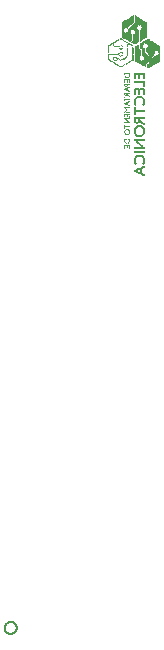
<source format=gbr>
G04 EAGLE Gerber RS-274X export*
G75*
%MOMM*%
%FSLAX34Y34*%
%LPD*%
%INSilkscreen Bottom*%
%IPPOS*%
%AMOC8*
5,1,8,0,0,1.08239X$1,22.5*%
G01*
%ADD10R,0.027938X1.285238*%
%ADD11R,0.027938X1.341119*%
%ADD12R,0.027938X1.369056*%
%ADD13R,0.027938X0.670556*%
%ADD14R,0.027938X0.614675*%
%ADD15R,0.027938X0.642619*%
%ADD16R,0.027938X0.586738*%
%ADD17R,0.027938X0.614681*%
%ADD18R,0.027938X0.530856*%
%ADD19R,0.027938X0.558800*%
%ADD20R,0.027938X0.698500*%
%ADD21R,0.027938X0.754381*%
%ADD22R,0.027938X0.027938*%
%ADD23R,0.027938X0.810262*%
%ADD24R,0.027938X1.061719*%
%ADD25R,0.027938X1.117600*%
%ADD26R,0.027938X1.145538*%
%ADD27R,0.027938X1.201419*%
%ADD28R,0.027938X1.257300*%
%ADD29R,0.027938X1.369063*%
%ADD30R,0.027938X2.179319*%
%ADD31R,0.027938X2.235200*%
%ADD32R,0.027938X2.263138*%
%ADD33R,0.027938X2.291081*%
%ADD34R,0.027938X0.419100*%
%ADD35R,0.027938X1.313181*%
%ADD36R,0.027938X0.391156*%
%ADD37R,0.027938X0.363219*%
%ADD38R,0.027938X0.335281*%
%ADD39R,0.027938X0.307338*%
%ADD40R,0.027938X0.502919*%
%ADD41R,0.027938X0.474975*%
%ADD42R,0.027938X0.251456*%
%ADD43R,0.027938X0.447038*%
%ADD44R,0.027938X0.391163*%
%ADD45R,0.027938X1.229356*%
%ADD46R,0.027938X0.838200*%
%ADD47R,0.027938X0.894075*%
%ADD48R,0.027938X0.949956*%
%ADD49R,0.027938X0.279400*%
%ADD50R,0.027938X1.173481*%
%ADD51R,0.027938X1.424937*%
%ADD52R,0.027938X0.195575*%
%ADD53R,0.027938X0.167637*%
%ADD54R,0.027938X0.111763*%
%ADD55R,0.027938X0.139700*%
%ADD56R,0.027938X0.111756*%
%ADD57R,0.027938X1.536700*%
%ADD58R,0.027938X1.480819*%
%ADD59R,0.027938X0.530863*%
%ADD60R,0.027938X0.223519*%
%ADD61R,0.027938X0.195581*%
%ADD62R,0.027938X0.251463*%
%ADD63R,0.027938X0.726438*%
%ADD64R,0.027938X1.592581*%
%ADD65R,0.027938X0.474981*%
%ADD66R,0.027938X0.754375*%
%ADD67R,0.027938X0.055881*%
%ADD68R,0.027938X0.055875*%
%ADD69R,0.027938X1.648456*%
%ADD70R,0.027938X1.676400*%
%ADD71R,0.027938X1.704338*%
%ADD72R,0.027938X1.033781*%
%ADD73R,0.027938X0.335275*%
%ADD74R,0.027938X0.922019*%
%ADD75R,0.027938X1.005837*%
%ADD76R,0.027938X1.508756*%
%ADD77R,0.027938X1.089662*%
%ADD78R,0.027938X1.452881*%
%ADD79R,0.027938X1.173475*%
%ADD80R,0.027938X1.397000*%
%ADD81R,0.027938X2.319019*%
%ADD82R,0.027938X0.083819*%
%ADD83R,0.027938X2.374900*%
%ADD84R,0.027938X0.894081*%
%ADD85R,0.027938X0.866138*%
%ADD86R,0.027938X0.782319*%
%ADD87R,0.027938X0.670563*%
%ADD88R,0.502919X0.027938*%
%ADD89R,0.139700X0.027938*%
%ADD90R,0.307338X0.027938*%
%ADD91R,0.111756X0.027938*%
%ADD92R,0.251463X0.027938*%
%ADD93C,0.127000*%


D10*
X210668Y508927D03*
X210388Y508927D03*
D11*
X210109Y508927D03*
D12*
X209829Y509067D03*
D13*
X209550Y505295D03*
D14*
X209550Y512839D03*
D15*
X209271Y504876D03*
D16*
X209271Y513258D03*
D17*
X208991Y504736D03*
D18*
X208991Y513537D03*
D14*
X208712Y504457D03*
D19*
X208712Y513677D03*
D16*
X208432Y504317D03*
D19*
X208432Y513956D03*
D14*
X208153Y504177D03*
D19*
X208153Y513956D03*
D14*
X207874Y504177D03*
D16*
X207874Y514096D03*
D15*
X207594Y504038D03*
D19*
X207594Y514236D03*
D13*
X207315Y503898D03*
D16*
X207315Y514375D03*
D13*
X207035Y503898D03*
D14*
X207035Y514236D03*
D20*
X206756Y503758D03*
D15*
X206756Y514375D03*
D20*
X206477Y503758D03*
X206477Y514375D03*
X206197Y503479D03*
X206197Y514375D03*
X205918Y503199D03*
D21*
X205918Y514375D03*
D13*
X205638Y503060D03*
D22*
X205638Y508229D03*
D23*
X205638Y514096D03*
D13*
X205359Y502780D03*
D24*
X205359Y513118D03*
D15*
X205080Y502641D03*
D25*
X205080Y513118D03*
D15*
X204800Y502361D03*
D26*
X204800Y512978D03*
D15*
X204521Y502082D03*
D27*
X204521Y512978D03*
D28*
X204241Y512978D03*
D10*
X203962Y512839D03*
D11*
X203683Y512839D03*
D29*
X203403Y512699D03*
D30*
X203124Y508927D03*
X202844Y508927D03*
D31*
X202565Y508927D03*
D32*
X202286Y509067D03*
D33*
X202006Y508927D03*
D34*
X201727Y499567D03*
D35*
X201727Y514096D03*
D36*
X201447Y499148D03*
D10*
X201447Y514236D03*
D36*
X201168Y498869D03*
D10*
X201168Y514515D03*
D37*
X200889Y498729D03*
D10*
X200889Y514795D03*
D37*
X200609Y498450D03*
D18*
X200609Y504596D03*
D28*
X200609Y514934D03*
D38*
X200330Y498310D03*
D16*
X200330Y504596D03*
X200330Y511861D03*
D19*
X200330Y518706D03*
D39*
X200050Y498170D03*
D15*
X200050Y504596D03*
D40*
X200050Y511721D03*
D41*
X200050Y518846D03*
D42*
X199771Y498170D03*
D20*
X199771Y504596D03*
D43*
X199771Y511721D03*
D44*
X199771Y518986D03*
D21*
X199492Y504596D03*
D36*
X199492Y511721D03*
D44*
X199492Y518986D03*
D45*
X199492Y529323D03*
D46*
X199212Y504457D03*
D38*
X199212Y511721D03*
X199212Y518986D03*
D28*
X199212Y529184D03*
D47*
X198933Y504457D03*
D39*
X198933Y511861D03*
D38*
X198933Y518986D03*
D35*
X198933Y529184D03*
D48*
X198653Y504457D03*
D49*
X198653Y518986D03*
D12*
X198653Y529184D03*
D50*
X198374Y503619D03*
D42*
X198374Y518846D03*
D12*
X198374Y529184D03*
D27*
X198095Y503758D03*
D42*
X198095Y518846D03*
D51*
X198095Y529184D03*
D52*
X197815Y418262D03*
D53*
X197815Y443268D03*
X197815Y468135D03*
D27*
X197815Y504038D03*
D42*
X197815Y518566D03*
D51*
X197815Y529184D03*
D54*
X197536Y405829D03*
D55*
X197536Y413233D03*
D34*
X197536Y418262D03*
D55*
X197536Y425526D03*
X197536Y428879D03*
D56*
X197536Y436004D03*
D36*
X197536Y443268D03*
D55*
X197536Y448996D03*
X197536Y454304D03*
D56*
X197536Y460032D03*
D34*
X197536Y467995D03*
D18*
X197536Y476656D03*
D19*
X197536Y483222D03*
D18*
X197536Y490068D03*
D57*
X197536Y505714D03*
D42*
X197536Y518566D03*
D58*
X197536Y529184D03*
D55*
X197256Y405968D03*
D56*
X197256Y413093D03*
D19*
X197256Y418122D03*
D55*
X197256Y425526D03*
D53*
X197256Y429019D03*
D56*
X197256Y436004D03*
D40*
X197256Y443268D03*
D55*
X197256Y449275D03*
D56*
X197256Y454444D03*
X197256Y460032D03*
D19*
X197256Y467855D03*
D18*
X197256Y476656D03*
D59*
X197256Y483362D03*
D40*
X197256Y489928D03*
D57*
X197256Y505993D03*
D60*
X197256Y518427D03*
D57*
X197256Y529184D03*
D56*
X196977Y406108D03*
D55*
X196977Y412953D03*
D15*
X196977Y418262D03*
D55*
X196977Y425526D03*
D61*
X196977Y429158D03*
D56*
X196977Y436004D03*
D17*
X196977Y443268D03*
D55*
X196977Y449275D03*
X196977Y454304D03*
D56*
X196977Y460032D03*
D15*
X196977Y467995D03*
D18*
X196977Y476656D03*
D19*
X196977Y483222D03*
D40*
X196977Y489928D03*
D19*
X196977Y501383D03*
D21*
X196977Y509905D03*
D60*
X196977Y518147D03*
D57*
X196977Y529184D03*
D55*
X196698Y406248D03*
D54*
X196698Y412814D03*
D61*
X196698Y416027D03*
D62*
X196698Y420497D03*
D55*
X196698Y425526D03*
D61*
X196698Y429158D03*
D56*
X196698Y436004D03*
D60*
X196698Y441033D03*
X196698Y445503D03*
D55*
X196698Y449555D03*
D56*
X196698Y454444D03*
X196698Y460032D03*
D60*
X196698Y465900D03*
D42*
X196698Y470230D03*
D55*
X196698Y478612D03*
X196698Y485318D03*
D56*
X196698Y491884D03*
D18*
X196698Y501244D03*
D63*
X196698Y510324D03*
D42*
X196698Y518008D03*
D64*
X196698Y529184D03*
D56*
X196418Y406387D03*
D54*
X196418Y412814D03*
X196418Y415608D03*
D52*
X196418Y421056D03*
D55*
X196418Y425526D03*
D60*
X196418Y429298D03*
D56*
X196418Y436004D03*
D52*
X196418Y440614D03*
D61*
X196418Y445922D03*
D55*
X196418Y449555D03*
D56*
X196418Y454444D03*
X196418Y460032D03*
X196418Y465341D03*
D61*
X196418Y470789D03*
D56*
X196418Y478752D03*
D55*
X196418Y485318D03*
D56*
X196418Y491884D03*
D65*
X196418Y501244D03*
D66*
X196418Y510743D03*
D49*
X196418Y517589D03*
D64*
X196418Y529184D03*
D55*
X196139Y406527D03*
X196139Y412674D03*
D67*
X196139Y415328D03*
D52*
X196139Y421335D03*
D55*
X196139Y425526D03*
D42*
X196139Y429438D03*
D56*
X196139Y436004D03*
D53*
X196139Y440195D03*
X196139Y446342D03*
D55*
X196139Y449834D03*
D56*
X196139Y454444D03*
X196139Y460032D03*
D68*
X196139Y465061D03*
D53*
X196139Y471208D03*
D56*
X196139Y478752D03*
D55*
X196139Y485318D03*
D56*
X196139Y491884D03*
D43*
X196139Y501104D03*
D50*
X196139Y513118D03*
D69*
X196139Y529184D03*
D56*
X195859Y406667D03*
X195859Y412534D03*
D55*
X195859Y421615D03*
X195859Y425526D03*
D49*
X195859Y429578D03*
D56*
X195859Y436004D03*
D53*
X195859Y439915D03*
X195859Y446621D03*
D55*
X195859Y450113D03*
D56*
X195859Y454444D03*
X195859Y460032D03*
D53*
X195859Y471488D03*
D56*
X195859Y478752D03*
D55*
X195859Y485318D03*
D56*
X195859Y491884D03*
D34*
X195859Y501244D03*
D26*
X195859Y512978D03*
D70*
X195859Y529323D03*
D55*
X195580Y406806D03*
X195580Y412394D03*
X195580Y421894D03*
X195580Y425526D03*
D56*
X195580Y428739D03*
D53*
X195580Y430416D03*
D56*
X195580Y436004D03*
D55*
X195580Y439776D03*
X195580Y446761D03*
X195580Y450113D03*
D56*
X195580Y454444D03*
X195580Y460032D03*
D55*
X195580Y471627D03*
D56*
X195580Y478752D03*
D55*
X195580Y485318D03*
D56*
X195580Y491884D03*
D37*
X195580Y501244D03*
D14*
X195580Y515353D03*
D71*
X195580Y529184D03*
D56*
X195301Y406946D03*
X195301Y412255D03*
D55*
X195301Y421894D03*
X195301Y425526D03*
D56*
X195301Y428739D03*
D53*
X195301Y430695D03*
D56*
X195301Y436004D03*
D55*
X195301Y439496D03*
X195301Y447040D03*
X195301Y450393D03*
D56*
X195301Y454444D03*
X195301Y460032D03*
D55*
X195301Y471907D03*
D56*
X195301Y478752D03*
D55*
X195301Y485318D03*
D56*
X195301Y491884D03*
D37*
X195301Y501244D03*
D16*
X195301Y515493D03*
D72*
X195301Y525551D03*
D20*
X195301Y534492D03*
D15*
X195021Y409600D03*
D55*
X195021Y422173D03*
X195021Y425526D03*
D56*
X195021Y428739D03*
D53*
X195021Y430975D03*
D56*
X195021Y436004D03*
D54*
X195021Y439357D03*
D55*
X195021Y447040D03*
X195021Y450672D03*
D56*
X195021Y454444D03*
X195021Y460032D03*
D55*
X195021Y471907D03*
D56*
X195021Y478752D03*
D55*
X195021Y485318D03*
D56*
X195021Y491884D03*
D73*
X195021Y501383D03*
D59*
X195021Y515493D03*
D48*
X195021Y525132D03*
D16*
X195021Y535051D03*
D14*
X194742Y409461D03*
D56*
X194742Y422313D03*
D55*
X194742Y425526D03*
D56*
X194742Y428739D03*
D55*
X194742Y431114D03*
D56*
X194742Y436004D03*
D55*
X194742Y439217D03*
X194742Y447319D03*
D53*
X194742Y450812D03*
D56*
X194742Y454444D03*
X194742Y460032D03*
X194742Y472046D03*
X194742Y478752D03*
D55*
X194742Y485318D03*
D56*
X194742Y491884D03*
D73*
X194742Y501383D03*
D65*
X194742Y515493D03*
D48*
X194742Y524853D03*
D16*
X194742Y535330D03*
X194462Y409600D03*
D55*
X194462Y422453D03*
X194462Y425526D03*
D56*
X194462Y428739D03*
D55*
X194462Y431394D03*
D56*
X194462Y436004D03*
D55*
X194462Y439217D03*
X194462Y447319D03*
D53*
X194462Y451091D03*
D56*
X194462Y454444D03*
X194462Y460032D03*
D55*
X194462Y472186D03*
D56*
X194462Y478752D03*
D55*
X194462Y485318D03*
D56*
X194462Y491884D03*
D73*
X194462Y501663D03*
D65*
X194462Y509626D03*
D43*
X194462Y515633D03*
D74*
X194462Y524713D03*
D19*
X194462Y535470D03*
D16*
X194183Y409600D03*
D55*
X194183Y422453D03*
X194183Y425526D03*
D56*
X194183Y428739D03*
D55*
X194183Y431673D03*
D56*
X194183Y436004D03*
X194183Y439077D03*
D55*
X194183Y447319D03*
D53*
X194183Y451371D03*
D56*
X194183Y454444D03*
X194183Y460032D03*
D55*
X194183Y472186D03*
D56*
X194183Y478752D03*
D55*
X194183Y485318D03*
D56*
X194183Y491884D03*
D39*
X194183Y501802D03*
D40*
X194183Y509486D03*
D36*
X194183Y515633D03*
D74*
X194183Y524434D03*
D19*
X194183Y535750D03*
D55*
X193904Y407645D03*
X193904Y411556D03*
X193904Y422453D03*
X193904Y425526D03*
D56*
X193904Y428739D03*
D55*
X193904Y431952D03*
D56*
X193904Y436004D03*
X193904Y439077D03*
X193904Y447459D03*
D53*
X193904Y451650D03*
D55*
X193904Y454304D03*
D56*
X193904Y460032D03*
X193904Y472326D03*
X193904Y478752D03*
D55*
X193904Y485318D03*
D56*
X193904Y491884D03*
D38*
X193904Y501942D03*
D18*
X193904Y509626D03*
D73*
X193904Y515633D03*
D48*
X193904Y524294D03*
D16*
X193904Y535889D03*
D55*
X193624Y407645D03*
X193624Y411556D03*
X193624Y422453D03*
X193624Y425526D03*
D56*
X193624Y428739D03*
D53*
X193624Y432092D03*
D56*
X193624Y436004D03*
D55*
X193624Y438937D03*
D56*
X193624Y447459D03*
D36*
X193624Y453047D03*
D56*
X193624Y460032D03*
X193624Y472326D03*
D40*
X193624Y476796D03*
D55*
X193624Y485318D03*
D65*
X193624Y490068D03*
D38*
X193624Y502222D03*
D14*
X193624Y509765D03*
D16*
X193624Y535889D03*
D56*
X193345Y407784D03*
D54*
X193345Y411417D03*
X193345Y422593D03*
D55*
X193345Y425526D03*
D56*
X193345Y428739D03*
D53*
X193345Y432372D03*
D56*
X193345Y436004D03*
D55*
X193345Y438937D03*
D56*
X193345Y447459D03*
D36*
X193345Y453047D03*
D56*
X193345Y460032D03*
X193345Y472326D03*
D40*
X193345Y476796D03*
D55*
X193345Y485318D03*
D65*
X193345Y490068D03*
D37*
X193345Y502361D03*
D13*
X193345Y509765D03*
D17*
X193345Y536029D03*
D55*
X193065Y407924D03*
X193065Y411277D03*
X193065Y422453D03*
X193065Y425526D03*
D56*
X193065Y428739D03*
D53*
X193065Y432651D03*
D56*
X193065Y436004D03*
D55*
X193065Y438937D03*
D56*
X193065Y447459D03*
D43*
X193065Y452768D03*
D56*
X193065Y460032D03*
X193065Y472326D03*
D40*
X193065Y476796D03*
D55*
X193065Y485318D03*
D65*
X193065Y490068D03*
D45*
X193065Y506971D03*
D17*
X193065Y536029D03*
D56*
X192786Y408064D03*
X192786Y411137D03*
D55*
X192786Y422453D03*
X192786Y425526D03*
D56*
X192786Y428739D03*
D53*
X192786Y432930D03*
D56*
X192786Y436004D03*
D55*
X192786Y438937D03*
D56*
X192786Y447459D03*
D65*
X192786Y452628D03*
D56*
X192786Y460032D03*
X192786Y472326D03*
D40*
X192786Y476796D03*
D55*
X192786Y485318D03*
D65*
X192786Y490068D03*
D28*
X192786Y507111D03*
D15*
X192786Y536169D03*
D55*
X192507Y408203D03*
D56*
X192507Y411137D03*
D55*
X192507Y422453D03*
X192507Y425526D03*
D56*
X192507Y428739D03*
D55*
X192507Y433070D03*
D56*
X192507Y436004D03*
X192507Y439077D03*
D55*
X192507Y447319D03*
D53*
X192507Y450812D03*
D56*
X192507Y454444D03*
X192507Y460032D03*
D55*
X192507Y472186D03*
D56*
X192507Y478752D03*
D55*
X192507Y485318D03*
D56*
X192507Y491884D03*
D75*
X192507Y524015D03*
D13*
X192507Y536308D03*
D55*
X192227Y408203D03*
X192227Y410997D03*
X192227Y422453D03*
X192227Y425526D03*
D56*
X192227Y428739D03*
D55*
X192227Y433349D03*
D56*
X192227Y436004D03*
X192227Y439077D03*
D55*
X192227Y447319D03*
X192227Y450672D03*
D56*
X192227Y454444D03*
X192227Y460032D03*
D55*
X192227Y472186D03*
D56*
X192227Y478752D03*
D55*
X192227Y485318D03*
D56*
X192227Y491884D03*
D76*
X192227Y508927D03*
D72*
X192227Y523875D03*
D20*
X192227Y536169D03*
D56*
X191948Y408343D03*
X191948Y410858D03*
X191948Y422313D03*
D55*
X191948Y425526D03*
D56*
X191948Y428739D03*
D55*
X191948Y433629D03*
D56*
X191948Y436004D03*
D55*
X191948Y439217D03*
X191948Y447319D03*
X191948Y450393D03*
D56*
X191948Y454444D03*
X191948Y460032D03*
D55*
X191948Y472186D03*
D56*
X191948Y478752D03*
D55*
X191948Y485318D03*
D56*
X191948Y491884D03*
D76*
X191948Y508927D03*
D77*
X191948Y523875D03*
D63*
X191948Y536308D03*
D55*
X191668Y408483D03*
X191668Y410718D03*
X191668Y422173D03*
X191668Y425526D03*
D56*
X191668Y428739D03*
D55*
X191668Y433908D03*
D56*
X191668Y436004D03*
D55*
X191668Y439217D03*
D56*
X191668Y447180D03*
D55*
X191668Y450393D03*
D56*
X191668Y454444D03*
X191668Y460032D03*
D55*
X191668Y471907D03*
D56*
X191668Y478752D03*
D55*
X191668Y485318D03*
D56*
X191668Y491884D03*
D78*
X191668Y508927D03*
D25*
X191668Y524015D03*
D21*
X191668Y536169D03*
D54*
X191389Y408623D03*
D56*
X191389Y410578D03*
D55*
X191389Y422173D03*
X191389Y425526D03*
D56*
X191389Y428739D03*
D53*
X191389Y434048D03*
D56*
X191389Y436004D03*
D55*
X191389Y439496D03*
X191389Y447040D03*
X191389Y450393D03*
D56*
X191389Y454444D03*
X191389Y460032D03*
D55*
X191389Y471907D03*
D56*
X191389Y478752D03*
D55*
X191389Y485318D03*
D56*
X191389Y491884D03*
D78*
X191389Y508927D03*
D79*
X191389Y524015D03*
D46*
X191389Y536029D03*
D55*
X191110Y408762D03*
D56*
X191110Y410578D03*
D55*
X191110Y421894D03*
X191110Y425526D03*
D56*
X191110Y428739D03*
D53*
X191110Y434327D03*
D56*
X191110Y436004D03*
D53*
X191110Y439636D03*
X191110Y446900D03*
D55*
X191110Y450393D03*
D56*
X191110Y454444D03*
X191110Y460032D03*
D55*
X191110Y471627D03*
D56*
X191110Y478752D03*
D55*
X191110Y485318D03*
D56*
X191110Y491884D03*
D80*
X191110Y508927D03*
D31*
X191110Y529323D03*
D56*
X190830Y408902D03*
X190830Y410299D03*
D53*
X190830Y421754D03*
D55*
X190830Y425526D03*
D56*
X190830Y428739D03*
D49*
X190830Y435166D03*
D55*
X190830Y439776D03*
D53*
X190830Y446621D03*
D55*
X190830Y450393D03*
D56*
X190830Y454444D03*
X190830Y460032D03*
D53*
X190830Y471488D03*
D56*
X190830Y478752D03*
D55*
X190830Y485318D03*
D56*
X190830Y491884D03*
D12*
X190830Y509067D03*
D32*
X190830Y529184D03*
D42*
X190551Y409600D03*
D22*
X190551Y415188D03*
D53*
X190551Y421475D03*
D55*
X190551Y425526D03*
D56*
X190551Y428739D03*
D42*
X190551Y435305D03*
D55*
X190551Y440055D03*
D53*
X190551Y446342D03*
D55*
X190551Y450393D03*
D56*
X190551Y454444D03*
X190551Y460032D03*
D53*
X190551Y471208D03*
D56*
X190551Y478752D03*
D55*
X190551Y485318D03*
D56*
X190551Y491884D03*
D11*
X190551Y508927D03*
D81*
X190551Y529184D03*
D60*
X190271Y409740D03*
D82*
X190271Y415468D03*
D52*
X190271Y421056D03*
D55*
X190271Y425526D03*
D56*
X190271Y428739D03*
D60*
X190271Y435445D03*
D61*
X190271Y440334D03*
D53*
X190271Y446062D03*
D55*
X190271Y450672D03*
D56*
X190271Y454444D03*
X190271Y460032D03*
D68*
X190271Y465341D03*
D53*
X190271Y470929D03*
D56*
X190271Y478752D03*
D55*
X190271Y485318D03*
D56*
X190271Y491884D03*
D10*
X190271Y508927D03*
D81*
X190271Y529184D03*
D61*
X189992Y409600D03*
D53*
X189992Y415887D03*
D60*
X189992Y420637D03*
D55*
X189992Y425526D03*
D56*
X189992Y428739D03*
D61*
X189992Y435585D03*
D60*
X189992Y440754D03*
X189992Y445783D03*
D53*
X189992Y450812D03*
D56*
X189992Y454444D03*
X189992Y460032D03*
D55*
X189992Y465760D03*
D60*
X189992Y470370D03*
D56*
X189992Y478752D03*
D55*
X189992Y485318D03*
D56*
X189992Y491884D03*
D10*
X189992Y508927D03*
D83*
X189992Y529184D03*
D53*
X189713Y409740D03*
D15*
X189713Y418262D03*
D55*
X189713Y425526D03*
D56*
X189713Y428739D03*
D53*
X189713Y435724D03*
D15*
X189713Y443128D03*
D65*
X189713Y452628D03*
D66*
X189713Y460172D03*
D15*
X189713Y467995D03*
D40*
X189713Y476796D03*
D55*
X189713Y485318D03*
D40*
X189713Y489928D03*
D84*
X189713Y521780D03*
D12*
X189713Y534492D03*
D55*
X189433Y409600D03*
D16*
X189433Y417982D03*
D55*
X189433Y425526D03*
D56*
X189433Y428739D03*
D55*
X189433Y435864D03*
D19*
X189433Y443268D03*
D43*
X189433Y452768D03*
D66*
X189433Y460172D03*
D16*
X189433Y467995D03*
D40*
X189433Y476796D03*
D55*
X189433Y485318D03*
D40*
X189433Y489928D03*
D85*
X189433Y521360D03*
D15*
X189433Y531419D03*
D55*
X189154Y409600D03*
D40*
X189154Y418122D03*
D55*
X189154Y425526D03*
D56*
X189154Y428739D03*
D55*
X189154Y435864D03*
D65*
X189154Y443128D03*
D34*
X189154Y452907D03*
D66*
X189154Y460172D03*
D40*
X189154Y467855D03*
X189154Y476796D03*
D55*
X189154Y485318D03*
D40*
X189154Y489928D03*
D85*
X189154Y521081D03*
D17*
X189154Y531559D03*
D82*
X188874Y409600D03*
D39*
X188874Y418262D03*
D55*
X188874Y425526D03*
D56*
X188874Y428739D03*
X188874Y436004D03*
D38*
X188874Y443268D03*
X188874Y453327D03*
D66*
X188874Y460172D03*
D39*
X188874Y467995D03*
D40*
X188874Y476796D03*
D55*
X188874Y485318D03*
D40*
X188874Y489928D03*
D46*
X188874Y520941D03*
D19*
X188874Y531559D03*
D23*
X188595Y521081D03*
D18*
X188595Y531419D03*
D86*
X188316Y520941D03*
D41*
X188316Y531419D03*
D17*
X188316Y538264D03*
D60*
X188036Y518427D03*
D43*
X188036Y531279D03*
D14*
X188036Y537985D03*
D22*
X187757Y502920D03*
X187757Y515214D03*
D53*
X187757Y518427D03*
D34*
X187757Y531139D03*
D15*
X187757Y537845D03*
D22*
X187477Y502920D03*
D53*
X187477Y518427D03*
D36*
X187477Y531000D03*
D15*
X187477Y537566D03*
D82*
X187198Y518287D03*
D37*
X187198Y530860D03*
D15*
X187198Y537286D03*
D22*
X186919Y502920D03*
X186919Y515493D03*
D68*
X186919Y518147D03*
D40*
X186919Y522618D03*
D37*
X186919Y530581D03*
D87*
X186919Y537147D03*
D59*
X186639Y522478D03*
D38*
X186639Y530441D03*
D15*
X186639Y537007D03*
D22*
X186360Y516052D03*
D16*
X186360Y522478D03*
D37*
X186360Y530301D03*
D13*
X186360Y536867D03*
D15*
X186080Y522478D03*
D37*
X186080Y530022D03*
D13*
X186080Y536588D03*
D22*
X185801Y501802D03*
X185801Y516331D03*
D63*
X185801Y522618D03*
D36*
X185801Y529603D03*
D13*
X185801Y536308D03*
D28*
X185522Y524993D03*
D20*
X185522Y536169D03*
D22*
X185242Y501523D03*
X185242Y516331D03*
D27*
X185242Y524993D03*
D20*
X185242Y535889D03*
D53*
X184963Y429298D03*
D22*
X184963Y430835D03*
D53*
X184963Y434607D03*
D22*
X184963Y436143D03*
X184963Y441452D03*
D68*
X184963Y442989D03*
D22*
X184963Y446761D03*
X184963Y449834D03*
X184963Y453746D03*
D55*
X184963Y455701D03*
D22*
X184963Y456819D03*
X184963Y459054D03*
X184963Y462966D03*
X184963Y464363D03*
X184963Y467995D03*
X184963Y469951D03*
X184963Y472186D03*
X184963Y474980D03*
X184963Y476377D03*
X184963Y480009D03*
D56*
X184963Y484619D03*
D22*
X184963Y485877D03*
D67*
X184963Y489928D03*
D82*
X184963Y490906D03*
D68*
X184963Y491884D03*
D22*
X184963Y516890D03*
D50*
X184963Y524853D03*
D63*
X184963Y535750D03*
D22*
X184683Y430835D03*
X184683Y440614D03*
X184683Y443408D03*
X184683Y446761D03*
X184683Y450393D03*
X184683Y453746D03*
X184683Y462966D03*
X184683Y464363D03*
X184683Y467995D03*
X184683Y469951D03*
X184683Y472465D03*
X184683Y474980D03*
X184683Y476656D03*
X184683Y480009D03*
X184683Y488950D03*
X184683Y492023D03*
X184683Y501244D03*
D25*
X184683Y524853D03*
D63*
X184683Y535470D03*
D22*
X184404Y430835D03*
X184404Y433070D03*
X184404Y440334D03*
X184404Y443687D03*
X184404Y446761D03*
X184404Y453746D03*
X184404Y459054D03*
X184404Y462966D03*
X184404Y464642D03*
X184404Y467716D03*
X184404Y469951D03*
X184404Y474980D03*
X184404Y476656D03*
X184404Y480009D03*
X184404Y486435D03*
X184404Y488671D03*
X184404Y492023D03*
X184404Y516331D03*
D24*
X184404Y524853D03*
D63*
X184404Y535191D03*
D22*
X184125Y430835D03*
X184125Y440334D03*
X184125Y446761D03*
X184125Y450672D03*
X184125Y453746D03*
X184125Y462966D03*
X184125Y464642D03*
X184125Y467716D03*
X184125Y469951D03*
X184125Y472745D03*
X184125Y474980D03*
X184125Y479730D03*
X184125Y486435D03*
X184125Y488391D03*
X184125Y492023D03*
X184125Y516890D03*
D24*
X184125Y524853D03*
D63*
X184125Y535191D03*
D22*
X183845Y430835D03*
X183845Y432511D03*
X183845Y444246D03*
X183845Y446761D03*
X183845Y450952D03*
X183845Y453746D03*
X183845Y459054D03*
X183845Y462966D03*
X183845Y464922D03*
X183845Y467436D03*
X183845Y469951D03*
X183845Y473024D03*
X183845Y474980D03*
X183845Y476936D03*
X183845Y479730D03*
X183845Y486435D03*
X183845Y516331D03*
X183845Y517169D03*
D86*
X183845Y523735D03*
D63*
X183845Y534911D03*
D22*
X183566Y430835D03*
X183566Y439776D03*
X183566Y446761D03*
X183566Y451231D03*
X183566Y453746D03*
X183566Y459054D03*
X183566Y462966D03*
X183566Y465760D03*
D68*
X183566Y466458D03*
D22*
X183566Y469951D03*
X183566Y473304D03*
X183566Y474980D03*
X183566Y476936D03*
X183566Y478053D03*
X183566Y478892D03*
X183566Y486435D03*
X183566Y492023D03*
X183566Y515493D03*
X183566Y516052D03*
X183566Y517728D03*
D63*
X183566Y523735D03*
D21*
X183566Y534772D03*
D22*
X183286Y439776D03*
X183286Y444525D03*
X183286Y446761D03*
X183286Y451510D03*
X183286Y453746D03*
X183286Y459054D03*
X183286Y462966D03*
X183286Y465201D03*
X183286Y469951D03*
X183286Y473583D03*
X183286Y474980D03*
X183286Y486435D03*
X183286Y492023D03*
X183286Y506832D03*
D20*
X183286Y523596D03*
D66*
X183286Y534492D03*
D22*
X183007Y428879D03*
X183007Y429997D03*
X183007Y439776D03*
X183007Y446761D03*
X183007Y449834D03*
X183007Y451510D03*
X183007Y453746D03*
X183007Y455143D03*
X183007Y459054D03*
X183007Y462966D03*
X183007Y465201D03*
X183007Y467157D03*
X183007Y473862D03*
X183007Y477215D03*
X183007Y479450D03*
X183007Y481965D03*
X183007Y484480D03*
X183007Y492023D03*
X183007Y515493D03*
X183007Y518008D03*
D15*
X183007Y523596D03*
D86*
X183007Y534353D03*
D22*
X182728Y432511D03*
X182728Y436143D03*
X182728Y439776D03*
X182728Y444525D03*
X182728Y446761D03*
X182728Y449834D03*
D67*
X182728Y451930D03*
D22*
X182728Y453746D03*
X182728Y459054D03*
X182728Y460731D03*
X182728Y462966D03*
X182728Y467157D03*
X182728Y469951D03*
X182728Y477495D03*
X182728Y479171D03*
D67*
X182728Y480987D03*
D22*
X182728Y488112D03*
X182728Y492023D03*
X182728Y505993D03*
D15*
X182728Y523596D03*
D63*
X182728Y534353D03*
D22*
X182448Y439776D03*
X182448Y444246D03*
X182448Y452069D03*
X182448Y453746D03*
X182448Y459054D03*
X182448Y460451D03*
X182448Y461289D03*
X182448Y462966D03*
X182448Y466877D03*
X182448Y469951D03*
X182448Y474980D03*
X182448Y492023D03*
X182448Y499847D03*
X182448Y518287D03*
D16*
X182448Y523596D03*
D20*
X182448Y534213D03*
D22*
X182169Y430835D03*
X182169Y432511D03*
D68*
X182169Y439915D03*
D22*
X182169Y444246D03*
X182169Y446761D03*
X182169Y452349D03*
X182169Y453746D03*
X182169Y459054D03*
X182169Y460172D03*
X182169Y461569D03*
X182169Y462966D03*
X182169Y465480D03*
X182169Y466877D03*
X182169Y472745D03*
X182169Y474980D03*
X182169Y477774D03*
X182169Y480568D03*
X182169Y486435D03*
X182169Y492023D03*
X182169Y505435D03*
D16*
X182169Y523596D03*
D20*
X182169Y534213D03*
D22*
X181889Y430835D03*
D67*
X181889Y432651D03*
D22*
X181889Y440055D03*
D68*
X181889Y444106D03*
D22*
X181889Y446761D03*
X181889Y449834D03*
X181889Y452628D03*
X181889Y453746D03*
X181889Y457098D03*
X181889Y460172D03*
X181889Y462966D03*
X181889Y465760D03*
X181889Y466598D03*
X181889Y469951D03*
X181889Y472745D03*
X181889Y474980D03*
X181889Y478892D03*
X181889Y486435D03*
X181889Y499567D03*
X181889Y505714D03*
D19*
X181889Y523735D03*
D13*
X181889Y534073D03*
D22*
X181610Y430835D03*
D68*
X181610Y432930D03*
D22*
X181610Y440334D03*
D67*
X181610Y443827D03*
D22*
X181610Y449834D03*
X181610Y452907D03*
X181610Y457098D03*
X181610Y459892D03*
X181610Y462128D03*
X181610Y462966D03*
X181610Y465760D03*
X181610Y469951D03*
X181610Y472745D03*
X181610Y474980D03*
X181610Y480568D03*
X181610Y486435D03*
X181610Y492023D03*
X181610Y504876D03*
X181610Y505435D03*
X181610Y518846D03*
D19*
X181610Y523735D03*
D13*
X181610Y534073D03*
D22*
X181331Y430835D03*
X181331Y433070D03*
X181331Y453746D03*
X181331Y462407D03*
X181331Y472745D03*
X181331Y474980D03*
X181331Y478612D03*
X181331Y480568D03*
X181331Y486435D03*
X181331Y488671D03*
X181331Y492023D03*
X181331Y504596D03*
D19*
X181331Y524015D03*
D15*
X181331Y533933D03*
D22*
X181051Y430835D03*
D67*
X181051Y433489D03*
D22*
X181051Y436143D03*
X181051Y440893D03*
X181051Y443408D03*
X181051Y449834D03*
X181051Y453746D03*
X181051Y459334D03*
X181051Y462407D03*
D67*
X181051Y473164D03*
D22*
X181051Y474980D03*
X181051Y480847D03*
X181051Y489229D03*
D18*
X181051Y524154D03*
D15*
X181051Y533654D03*
D56*
X180772Y429298D03*
D22*
X180772Y430276D03*
D56*
X180772Y434607D03*
D22*
X180772Y441452D03*
X180772Y442290D03*
X180772Y442849D03*
D67*
X180772Y445224D03*
D49*
X180772Y447180D03*
D22*
X180772Y449834D03*
X180772Y453746D03*
X180772Y455143D03*
X180772Y455701D03*
D56*
X180772Y456679D03*
D22*
X180772Y459054D03*
D67*
X180772Y462826D03*
D22*
X180772Y466319D03*
D62*
X180772Y469392D03*
D82*
X180772Y471348D03*
D67*
X180772Y474002D03*
D22*
X180772Y474980D03*
X180772Y478333D03*
D67*
X180772Y481546D03*
X180772Y482664D03*
D22*
X180772Y484480D03*
D67*
X180772Y485178D03*
D22*
X180772Y486435D03*
D82*
X180772Y490626D03*
D18*
X180772Y524154D03*
D15*
X180772Y533654D03*
D22*
X180492Y499008D03*
X180492Y503758D03*
X180492Y519125D03*
D18*
X180492Y524434D03*
D15*
X180492Y533375D03*
D22*
X180213Y504038D03*
D16*
X180213Y524713D03*
D13*
X180213Y533235D03*
D22*
X179934Y504038D03*
X179934Y519405D03*
D14*
X179934Y525132D03*
D20*
X179934Y532816D03*
D22*
X179654Y503758D03*
X179654Y519963D03*
D12*
X179654Y529184D03*
D22*
X179375Y498450D03*
D12*
X179375Y529184D03*
D22*
X179095Y503758D03*
X179095Y508508D03*
D35*
X179095Y529184D03*
D22*
X178816Y507111D03*
X178816Y509067D03*
X178816Y512978D03*
X178816Y514934D03*
D35*
X178816Y529184D03*
D22*
X178537Y497611D03*
X178537Y506832D03*
X178537Y509346D03*
D28*
X178537Y529184D03*
D22*
X177978Y497332D03*
X177978Y506552D03*
X177978Y509626D03*
X177978Y512420D03*
X177978Y515493D03*
X177978Y521081D03*
X177698Y512420D03*
X177140Y512420D03*
X177140Y521081D03*
X176860Y520522D03*
X176581Y512699D03*
X176301Y497891D03*
X176301Y503758D03*
X176301Y509067D03*
X176301Y512978D03*
X176022Y503758D03*
X176022Y514655D03*
X175184Y498729D03*
X175184Y504038D03*
D67*
X174904Y503898D03*
D22*
X174904Y507949D03*
D68*
X174904Y519544D03*
D22*
X174625Y504038D03*
X174346Y499288D03*
X174066Y499288D03*
X174066Y504596D03*
X174066Y507949D03*
X173787Y502920D03*
X173787Y507949D03*
X173787Y519125D03*
X173507Y502641D03*
X173507Y507949D03*
D67*
X173507Y518706D03*
D22*
X173228Y499567D03*
X173228Y505435D03*
X173228Y507949D03*
X172949Y507949D03*
X172669Y499847D03*
X172669Y507949D03*
X172669Y518287D03*
X172390Y500405D03*
X172390Y507949D03*
X172110Y505435D03*
X172110Y507949D03*
X172110Y514655D03*
X171831Y502641D03*
X171831Y505435D03*
X171552Y517728D03*
X171272Y500964D03*
X171272Y504876D03*
X171272Y515772D03*
X170993Y501244D03*
X170993Y517169D03*
X170434Y517169D03*
X169596Y507949D03*
X169316Y501802D03*
D67*
X169037Y502222D03*
D22*
X168758Y516052D03*
X168199Y515493D03*
X167919Y502920D03*
X167919Y515493D03*
X167640Y502920D03*
X167361Y503479D03*
X167361Y515214D03*
D16*
X183286Y510184D03*
D40*
X167361Y512559D03*
D55*
X183007Y456260D03*
D40*
X167361Y506412D03*
D88*
X174206Y514934D03*
D40*
X187757Y505854D03*
D89*
X182728Y457098D03*
D40*
X188036Y505574D03*
D66*
X187757Y511302D03*
D90*
X183566Y482803D03*
D88*
X170015Y507949D03*
D89*
X184125Y457098D03*
D40*
X188036Y510883D03*
D55*
X183007Y429997D03*
D22*
X167361Y509346D03*
X183007Y429158D03*
X184963Y430276D03*
X181331Y466598D03*
D91*
X174485Y507949D03*
D82*
X184963Y442290D03*
D68*
X181331Y443827D03*
D22*
X181889Y436143D03*
X183007Y485318D03*
X178816Y520522D03*
X181331Y446761D03*
X182448Y430835D03*
X181331Y457098D03*
X183007Y485597D03*
X171552Y503479D03*
X181331Y482524D03*
X174625Y498729D03*
X176860Y502920D03*
D68*
X178257Y503618D03*
D22*
X180772Y429997D03*
X181889Y482524D03*
X177419Y497611D03*
X180772Y430835D03*
X175743Y507390D03*
X183845Y500964D03*
X183286Y514934D03*
X183566Y513258D03*
X175743Y498170D03*
X172669Y502641D03*
X186639Y502361D03*
X170434Y501523D03*
X183286Y514375D03*
X181331Y482803D03*
D67*
X177140Y506412D03*
D22*
X180772Y430555D03*
X171831Y500126D03*
X175743Y519684D03*
X175463Y508229D03*
X181610Y477774D03*
X176581Y506832D03*
X171831Y500685D03*
X183286Y500405D03*
X184404Y436143D03*
X181610Y436143D03*
X183845Y436143D03*
X183845Y440055D03*
X180772Y485877D03*
D68*
X183566Y488251D03*
D22*
X181051Y478053D03*
X183286Y506552D03*
X182448Y517728D03*
X181889Y482803D03*
X182728Y473024D03*
X181051Y457098D03*
X182169Y488391D03*
X171272Y503479D03*
X183007Y486435D03*
X182448Y518287D03*
D67*
X171272Y504177D03*
D22*
X183007Y429717D03*
D56*
X180772Y491604D03*
D22*
X177140Y509626D03*
D91*
X177279Y520522D03*
D22*
X169875Y517169D03*
D67*
X181051Y504177D03*
D92*
X183007Y430835D03*
D82*
X169875Y501802D03*
D67*
X180772Y435724D03*
D22*
X183845Y449834D03*
X184404Y449834D03*
D82*
X168478Y502641D03*
D22*
X181051Y518846D03*
X183007Y474980D03*
X184963Y486435D03*
X182728Y473583D03*
X177978Y512699D03*
X177419Y512699D03*
X177419Y521360D03*
X177140Y520802D03*
X176860Y512978D03*
X180772Y474421D03*
X176581Y513258D03*
X169596Y516331D03*
X184963Y485318D03*
D68*
X175184Y519824D03*
D22*
X175743Y520802D03*
X174346Y504596D03*
X174066Y502920D03*
X174066Y519405D03*
X173787Y502641D03*
D67*
X173787Y518985D03*
D22*
X168478Y507949D03*
X173507Y505435D03*
X168199Y502641D03*
X172949Y518566D03*
X168758Y502082D03*
X172390Y505435D03*
X172390Y514934D03*
X172110Y502641D03*
X172110Y505435D03*
X171831Y518008D03*
X171552Y500964D03*
X171552Y504876D03*
X171552Y516052D03*
X171272Y501244D03*
X171272Y517449D03*
X170713Y517449D03*
X169596Y501802D03*
D67*
X169316Y502221D03*
D22*
X169037Y516331D03*
X168478Y515772D03*
X168199Y502920D03*
X168199Y515772D03*
X167919Y502920D03*
X167640Y503479D03*
X167640Y515493D03*
D93*
X78740Y22860D02*
X78742Y23002D01*
X78748Y23145D01*
X78758Y23287D01*
X78772Y23429D01*
X78790Y23570D01*
X78812Y23711D01*
X78838Y23851D01*
X78867Y23990D01*
X78901Y24129D01*
X78939Y24266D01*
X78980Y24403D01*
X79025Y24538D01*
X79074Y24672D01*
X79127Y24804D01*
X79183Y24935D01*
X79243Y25064D01*
X79307Y25192D01*
X79374Y25317D01*
X79445Y25441D01*
X79519Y25563D01*
X79596Y25682D01*
X79677Y25800D01*
X79761Y25915D01*
X79848Y26027D01*
X79939Y26137D01*
X80032Y26245D01*
X80129Y26350D01*
X80228Y26452D01*
X80330Y26551D01*
X80435Y26648D01*
X80543Y26741D01*
X80653Y26832D01*
X80765Y26919D01*
X80880Y27003D01*
X80998Y27084D01*
X81117Y27161D01*
X81239Y27235D01*
X81363Y27306D01*
X81488Y27373D01*
X81616Y27437D01*
X81745Y27497D01*
X81876Y27553D01*
X82008Y27606D01*
X82142Y27655D01*
X82277Y27700D01*
X82414Y27741D01*
X82551Y27779D01*
X82690Y27813D01*
X82829Y27842D01*
X82969Y27868D01*
X83110Y27890D01*
X83251Y27908D01*
X83393Y27922D01*
X83535Y27932D01*
X83678Y27938D01*
X83820Y27940D01*
X83962Y27938D01*
X84105Y27932D01*
X84247Y27922D01*
X84389Y27908D01*
X84530Y27890D01*
X84671Y27868D01*
X84811Y27842D01*
X84950Y27813D01*
X85089Y27779D01*
X85226Y27741D01*
X85363Y27700D01*
X85498Y27655D01*
X85632Y27606D01*
X85764Y27553D01*
X85895Y27497D01*
X86024Y27437D01*
X86152Y27373D01*
X86277Y27306D01*
X86401Y27235D01*
X86523Y27161D01*
X86642Y27084D01*
X86760Y27003D01*
X86875Y26919D01*
X86987Y26832D01*
X87097Y26741D01*
X87205Y26648D01*
X87310Y26551D01*
X87412Y26452D01*
X87511Y26350D01*
X87608Y26245D01*
X87701Y26137D01*
X87792Y26027D01*
X87879Y25915D01*
X87963Y25800D01*
X88044Y25682D01*
X88121Y25563D01*
X88195Y25441D01*
X88266Y25317D01*
X88333Y25192D01*
X88397Y25064D01*
X88457Y24935D01*
X88513Y24804D01*
X88566Y24672D01*
X88615Y24538D01*
X88660Y24403D01*
X88701Y24266D01*
X88739Y24129D01*
X88773Y23990D01*
X88802Y23851D01*
X88828Y23711D01*
X88850Y23570D01*
X88868Y23429D01*
X88882Y23287D01*
X88892Y23145D01*
X88898Y23002D01*
X88900Y22860D01*
X88898Y22718D01*
X88892Y22575D01*
X88882Y22433D01*
X88868Y22291D01*
X88850Y22150D01*
X88828Y22009D01*
X88802Y21869D01*
X88773Y21730D01*
X88739Y21591D01*
X88701Y21454D01*
X88660Y21317D01*
X88615Y21182D01*
X88566Y21048D01*
X88513Y20916D01*
X88457Y20785D01*
X88397Y20656D01*
X88333Y20528D01*
X88266Y20403D01*
X88195Y20279D01*
X88121Y20157D01*
X88044Y20038D01*
X87963Y19920D01*
X87879Y19805D01*
X87792Y19693D01*
X87701Y19583D01*
X87608Y19475D01*
X87511Y19370D01*
X87412Y19268D01*
X87310Y19169D01*
X87205Y19072D01*
X87097Y18979D01*
X86987Y18888D01*
X86875Y18801D01*
X86760Y18717D01*
X86642Y18636D01*
X86523Y18559D01*
X86401Y18485D01*
X86277Y18414D01*
X86152Y18347D01*
X86024Y18283D01*
X85895Y18223D01*
X85764Y18167D01*
X85632Y18114D01*
X85498Y18065D01*
X85363Y18020D01*
X85226Y17979D01*
X85089Y17941D01*
X84950Y17907D01*
X84811Y17878D01*
X84671Y17852D01*
X84530Y17830D01*
X84389Y17812D01*
X84247Y17798D01*
X84105Y17788D01*
X83962Y17782D01*
X83820Y17780D01*
X83678Y17782D01*
X83535Y17788D01*
X83393Y17798D01*
X83251Y17812D01*
X83110Y17830D01*
X82969Y17852D01*
X82829Y17878D01*
X82690Y17907D01*
X82551Y17941D01*
X82414Y17979D01*
X82277Y18020D01*
X82142Y18065D01*
X82008Y18114D01*
X81876Y18167D01*
X81745Y18223D01*
X81616Y18283D01*
X81488Y18347D01*
X81363Y18414D01*
X81239Y18485D01*
X81117Y18559D01*
X80998Y18636D01*
X80880Y18717D01*
X80765Y18801D01*
X80653Y18888D01*
X80543Y18979D01*
X80435Y19072D01*
X80330Y19169D01*
X80228Y19268D01*
X80129Y19370D01*
X80032Y19475D01*
X79939Y19583D01*
X79848Y19693D01*
X79761Y19805D01*
X79677Y19920D01*
X79596Y20038D01*
X79519Y20157D01*
X79445Y20279D01*
X79374Y20403D01*
X79307Y20528D01*
X79243Y20656D01*
X79183Y20785D01*
X79127Y20916D01*
X79074Y21048D01*
X79025Y21182D01*
X78980Y21317D01*
X78939Y21454D01*
X78901Y21591D01*
X78867Y21730D01*
X78838Y21869D01*
X78812Y22009D01*
X78790Y22150D01*
X78772Y22291D01*
X78758Y22433D01*
X78748Y22575D01*
X78742Y22718D01*
X78740Y22860D01*
M02*

</source>
